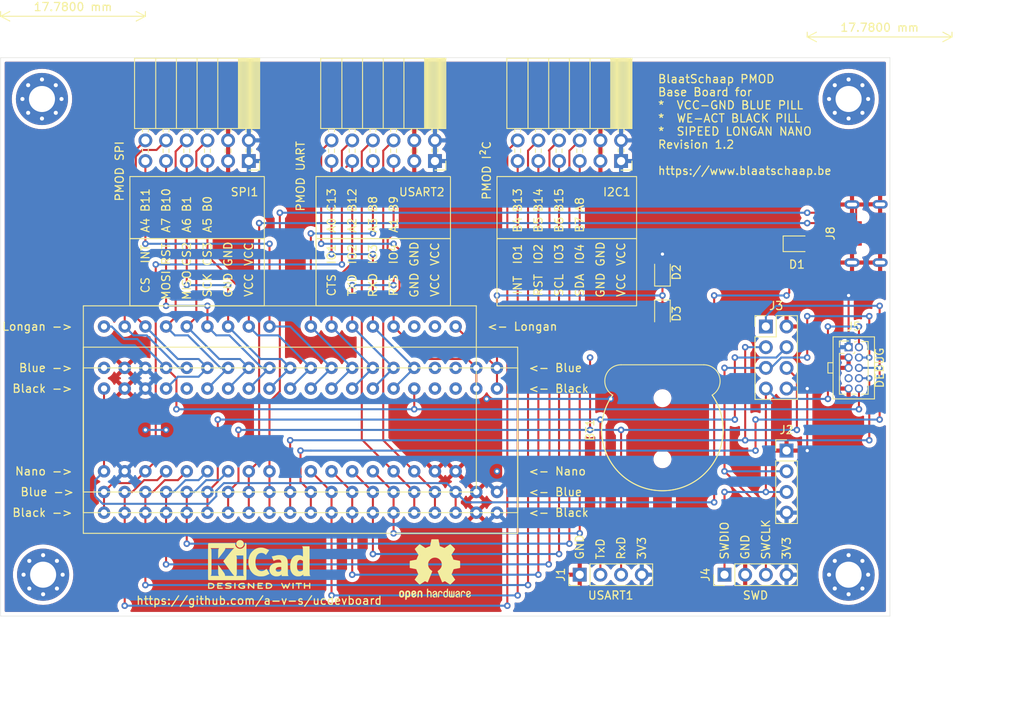
<source format=kicad_pcb>
(kicad_pcb (version 20211014) (generator pcbnew)
  (layers (0 "F.Cu" signal) (31 "B.Cu" signal) (34 "B.Paste" user "B.Plakken") (35 "F.Paste" user "F.Plakken") (36 "B.SilkS" user "B.Silkscreen") (37 "F.SilkS" user "F.Silkscreen") (38 "B.Mask" user) (39 "F.Mask" user "F. masker") (44 "Edge.Cuts" user))
  (net 0 "")
  (net 1 "B12")
  (net 2 "B13")
  (net 3 "B14")
  (net 4 "B15")
  (net 5 "A8")
  (net 6 "A9")
  (net 7 "A10")
  (net 8 "A11")
  (net 9 "A12")
  (net 10 "A15")
  (net 11 "B3")
  (net 12 "B4")
  (net 13 "B5")
  (net 14 "B6")
  (net 15 "B7")
  (net 16 "B8")
  (net 17 "B9")
  (net 18 "5V")
  (net 19 "GND")
  (net 20 "3V3")
  (net 21 "VB")
  (net 22 "C13")
  (net 23 "A0")
  (net 24 "A1")
  (net 25 "A2")
  (net 26 "A3")
  (net 27 "A4")
  (net 28 "A5")
  (net 29 "A6")
  (net 30 "A7")
  (net 31 "B0")
  (net 32 "B1")
  (net 33 "B10")
  (net 34 "B11")
  (net 35 "~{RST}")
  (net 36 "JTMS")
  (net 37 "JTCK")
  (net 38 "VBUS")
  (net 39 "Net-(U3-Pad16)")
  (net 40 "Net-(U3-Pad15)")
  (net 41 "Net-(U2-Pad18)")
  (net 42 "Net-(U2-Pad17)")
  (net 43 "Net-(U1-Pad18)")
  (net 44 "Net-(U1-Pad17)")
  (net 45 "Net-(U1-Pad1)")
  (net 46 "Net-(BT1-Pad1)")
  (net 47 "Net-(J8-Pad4)")
  (net 48 "Net-(J5-Pad7)")
  (net 49 "B2")
  (footprint "AvS_CoreBoards:BluePill_Combine" (layer "F.Cu") (at 91.44 63.5)
    (fp_text reference "U1" hide)
    (fp_text value "BluePill")
  )
  (footprint "AvS_CoreBoards:BlackPill_Combine" (layer "F.Cu") (at 91.44 66.04)
    (fp_text reference "U2" hide)
    (fp_text value "BlackPill")
  )
  (footprint "Connector_PinHeader_2.54mm:PinHeader_1x04_P2.54mm_Vertical" (layer "F.Cu") (at 149.86 66.04)
    (fp_text reference "J2")
    (fp_text value "Conn_01x04")
  )
  (footprint "Connector_PinHeader_2.54mm:PinHeader_2x04_P2.54mm_Vertical" (layer "F.Cu") (at 147.32 50.8)
    (fp_text reference "J3")
    (fp_text value "Conn_02x04_Odd_Even")
  )
  (footprint "Connector_PinSocket_2.54mm:PinSocket_2x06_P2.54mm_Horizontal" (layer "F.Cu") (at 83.82 30.48 -90)
    (fp_text reference "PMOD2" hide)
    (fp_text value "Conn_02x06_Odd_Even")
  )
  (footprint "Connector_PinSocket_2.54mm:PinSocket_2x06_P2.54mm_Horizontal" (layer "F.Cu") (at 106.68 30.48 -90)
    (fp_text reference "PMOD3" hide)
    (fp_text value "Conn_02x06_Odd_Even")
  )
  (footprint "Connector_PinSocket_2.54mm:PinSocket_2x06_P2.54mm_Horizontal" (layer "F.Cu") (at 129.54 30.48 -90)
    (fp_text reference "PMOD4" hide)
    (fp_text value "Conn_02x06_Odd_Even")
  )
  (footprint "AvS_Battery:QJ1220-2SMT" (layer "F.Cu") (at 134.62 63.5 90)
    (fp_text reference "BT1")
    (fp_text value "Battery_Cell")
  )
  (footprint "Diode_SMD:D_0805_2012Metric" (layer "F.Cu") (at 134.62 44.1475 90)
    (fp_text reference "D2")
    (fp_text value "D_Schottky")
  )
  (footprint "Diode_SMD:D_0805_2012Metric" (layer "F.Cu") (at 134.62 49.2275 -90)
    (fp_text reference "D3")
    (fp_text value "D_Schottky")
  )
  (footprint "Diode_SMD:D_0805_2012Metric" (layer "F.Cu") (at 151.13 40.64)
    (fp_text reference "D1")
    (fp_text value "D_Schottky")
  )
  (footprint "MountingHole:MountingHole_3.2mm_M3_Pad_Via" (layer "F.Cu") (at 58.42 22.86)
    (fp_text reference "H1" hide)
    (fp_text value "MountingHole")
  )
  (footprint "MountingHole:MountingHole_3.2mm_M3_Pad_Via" (layer "F.Cu") (at 157.48 22.86)
    (fp_text reference "H2" hide)
    (fp_text value "MountingHole")
  )
  (footprint "MountingHole:MountingHole_3.2mm_M3_Pad_Via" (layer "F.Cu") (at 58.56 81.28)
    (fp_text reference "H3" hide)
    (fp_text value "MountingHole")
  )
  (footprint "AvS_Connector:USB_Micro-B_XKB_U254-05XX-4BH806" (layer "F.Cu") (at 158.75 39.37 90)
    (fp_text reference "J8")
    (fp_text value "USB_B_Micro")
  )
  (footprint "Connector_PinHeader_1.27mm:PinHeader_2x05_P1.27mm_Vertical" (layer "F.Cu") (at 157.48 53.34)
    (fp_text reference "J5")
    (fp_text value "Conn_02x05_Odd_Even")
  )
  (footprint "AvS_CoreBoards:LonganNano_Combine" (layer "F.Cu") (at 91.44 58.42)
    (fp_text reference "U3" hide)
    (fp_text value "LonganNano")
  )
  (footprint "MountingHole:MountingHole_3.2mm_M3_Pad_Via" (layer "F.Cu") (at 157.48 81.28)
    (fp_text reference "H4" hide)
    (fp_text value "MountingHole")
  )
  (footprint "Symbol:KiCad-Logo2_5mm_SilkScreen" (layer "F.Cu") (at 85.09 80.01)
    (fp_text reference "REF**" hide)
    (fp_text value "KiCad-Logo2_5mm_SilkScreen" hide)
  )
  (footprint "Symbol:OSHW-Logo2_9.8x8mm_SilkScreen" (layer "F.Cu") (at 106.68 80.645)
    (fp_text reference "REF**" hide)
    (fp_text value "OSHW-Logo2_9.8x8mm_SilkScreen" hide)
  )
  (footprint "Connector_PinHeader_2.54mm:PinHeader_1x04_P2.54mm_Vertical" (layer "F.Cu") (at 124.46 81.28 90)
    (fp_text reference "J1")
    (fp_text value "Conn_01x04")
  )
  (footprint "Connector_PinHeader_2.54mm:PinHeader_1x04_P2.54mm_Vertical" (layer "F.Cu") (at 142.24 81.28 90)
    (fp_text reference "J4")
    (fp_text value "Conn_01x04")
  )
  (gr_line (start 155.575 59.69) (end 155.575 52.07) (layer "F.SilkS") (width 0.12))
  (gr_line (start 160.655 59.69) (end 155.575 59.69) (layer "F.SilkS") (width 0.12))
  (gr_rect (start 69.215 40.005) (end 85.725 48.26) (layer "F.SilkS") (width 0.12) (fill none))
  (gr_line (start 155.575 55.245) (end 154.94 55.245) (layer "F.SilkS") (width 0.12))
  (gr_rect (start 92.075 40.005) (end 108.585 48.26) (layer "F.SilkS") (width 0.12) (fill none))
  (gr_rect (start 92.075 32.385) (end 108.585 40.005) (layer "F.SilkS") (width 0.12) (fill none))
  (gr_line (start 154.94 55.245) (end 154.94 56.515) (layer "F.SilkS") (width 0.12))
  (gr_rect (start 69.215 32.385) (end 85.725 40.005) (layer "F.SilkS") (width 0.12) (fill none))
  (gr_line (start 155.575 52.07) (end 160.655 52.07) (layer "F.SilkS") (width 0.12))
  (gr_rect (start 114.3 40.005) (end 131.445 48.26) (layer "F.SilkS") (width 0.12) (fill none))
  (gr_line (start 160.655 52.07) (end 160.655 59.69) (layer "F.SilkS") (width 0.12))
  (gr_line (start 154.94 56.515) (end 155.575 56.515) (layer "F.SilkS") (width 0.12))
  (gr_rect (start 114.3 32.385) (end 131.445 40.005) (layer "F.SilkS") (width 0.12) (fill none))
  (gr_line (start 53.34 17.78) (end 162.56 17.78) (layer "Edge.Cuts") (width 0.05))
  (gr_line (start 162.56 17.78) (end 162.56 86.36) (layer "Edge.Cuts") (width 0.05))
  (gr_line (start 53.34 86.36) (end 53.34 17.78) (layer "Edge.Cuts") (width 0.05))
  (gr_line (start 162.56 86.36) (end 53.34 86.36) (layer "Edge.Cuts") (width 0.05))
  (gr_text "A7" (at 73.66 39.37 90) (layer "F.SilkS") (effects (font (size 1 1)) (justify left)))
  (gr_text "A6" (at 76.2 39.37 90) (layer "F.SilkS") (effects (font (size 1 1)) (justify left)))
  (gr_text "A5" (at 78.74 39.37 90) (layer "F.SilkS") (effects (font (size 1 1)) (justify left)))
  (gr_text "B1" (at 76.2 36.83 90) (layer "F.SilkS") (effects (font (size 1 1)) (justify left)))
  (gr_text "B0" (at 78.74 36.83 90) (layer "F.SilkS") (effects (font (size 1 1)) (justify left)))
  (gr_text "C13" (at 93.98 36.83 90) (layer "F.SilkS") (effects (font (size 1 1)) (justify left)))
  (gr_text "A0" (at 93.98 39.37 90) (layer "F.SilkS") (effects (font (size 1 1)) (justify left)))
  (gr_text "A2" (at 96.52 39.37 90) (layer "F.SilkS") (effects (font (size 1 1)) (justify left)))
  (gr_text "B12" (at 96.52 36.83 90) (layer "F.SilkS") (effects (font (size 1 1)) (justify left)))
  (gr_text "B8" (at 99.06 36.83 90) (layer "F.SilkS") (effects (font (size 1 1)) (justify left)))
  (gr_text "A3" (at 99.06 39.37 90) (layer "F.SilkS") (effects (font (size 1 1)) (justify left)))
  (gr_text "A1" (at 101.6 39.37 90) (layer "F.SilkS") (effects (font (size 1 1)) (justify left)))
  (gr_text "B9" (at 101.6 36.83 90) (layer "F.SilkS") (effects (font (size 1 1)) (justify left)))
  (gr_text "B7" (at 124.46 39.37 90) (layer "F.SilkS") (effects (font (size 1 1)) (justify left)))
  (gr_text "B6" (at 121.92 39.37 90) (layer "F.SilkS") (effects (font (size 1 1)) (justify left)))
  (gr_text "B14" (at 119.38 36.83 90) (layer "F.SilkS") (effects (font (size 1 1)) (justify left)))
  (gr_text "A8" (at 124.46 36.83 90) (layer "F.SilkS") (effects (font (size 1 1)) (justify left)))
  (gr_text "B5" (at 119.38 39.37 90) (layer "F.SilkS") (effects (font (size 1 1)) (justify left)))
  (gr_text "B15" (at 121.92 36.83 90) (layer "F.SilkS") (effects (font (size 1 1)) (justify left)))
  (gr_text "B4" (at 116.84 39.37 90) (layer "F.SilkS") (effects (font (size 1 1)) (justify left)))
  (gr_text "B13" (at 116.84 36.83 90) (layer "F.SilkS") (effects (font (size 1 1)) (justify left)))
  (gr_text "PMOD UART" (at 90.17 27.94 90) (layer "F.SilkS") (effects (font (size 1 1)) (justify right)))
  (gr_text "PMOD I²C" (at 113.03 27.94 90) (layer "F.SilkS") (effects (font (size 1 1)) (justify right)))
  (gr_text "INT" (at 71.12 41.91 90) (layer "F.SilkS") (effects (font (size 1 1))))
  (gr_text "IO3" (at 121.92 41.91 90) (layer "F.SilkS") (effects (font (size 1 1))))
  (gr_text "3V3" (at 132.08 79.502 90) (layer "F.SilkS") (effects (font (size 1 1)) (justify left)))
  (gr_text "USART2" (at 107.95 34.29) (layer "F.SilkS") (effects (font (size 1 1)) (justify right)))
  (gr_text "CS" (at 71.12 45.72 90) (layer "F.SilkS") (effects (font (size 1 1))))
  (gr_text "VCC" (at 106.68 45.72 90) (layer "F.SilkS") (effects (font (size 1 1))))
  (gr_text "RST" (at 73.66 41.91 90) (layer "F.SilkS") (effects (font (size 1 1))))
  (gr_text "IO1" (at 116.84 41.91 90) (layer "F.SilkS") (effects (font (size 1 1))))
  (gr_text "<- Blue" (at 118.11 71.12) (layer "F.SilkS") (effects (font (size 1 1)) (justify left)))
  (gr_text "GND" (at 127 41.91 90) (layer "F.SilkS") (effects (font (size 1 1))))
  (gr_text "Longan ->" (at 62.23 50.8) (layer "F.SilkS") (effects (font (size 1 1)) (justify right)))
  (gr_text "CS3" (at 78.74 41.91 90) (layer "F.SilkS") (effects (font (size 1 1))))
  (gr_text "IO2" (at 96.52 41.91 90) (layer "F.SilkS") (effects (font (size 1 1))))
  (gr_text "IO2" (at 119.38 41.91 90) (layer "F.SilkS") (effects (font (size 1 1))))
  (gr_text "INT" (at 116.84 45.72 90) (layer "F.SilkS") (effects (font (size 1 1))))
  (gr_text "<- Nano" (at 118.11 68.58) (layer "F.SilkS") (effects (font (size 1 1)) (justify left)))
  (gr_text "TXD" (at 96.52 45.72 90) (layer "F.SilkS") (effects (font (size 1 1))))
  (gr_text "DEBUG" (at 161.29 55.88 90) (layer "F.SilkS") (effects (font (size 1 1))))
  (gr_text "<- Black" (at 118.11 58.42) (layer "F.SilkS") (effects (font (size 1 1)) (justify left)))
  (gr_text "IO3" (at 99.06 41.91 90) (layer "F.SilkS") (effects (font (size 1 1))))
  (gr_text "<- Blue " (at 118.11 55.88) (layer "F.SilkS") (effects (font (size 1 1)) (justify left)))
  (gr_text "GND" (at 81.28 45.72 90) (layer "F.SilkS") (effects (font (size 1 1))))
  (gr_text "BlaatSchaap PMOD\nBase Board for\n*  VCC-GND BLUE PILL\n*  WE-ACT BLACK PILL\n*  SIPEED LONGAN NANO\nRevision 1.2\n\nhttps://www.blaatschaap.be" (at 133.985 26.035) (layer "F.SilkS") (effects (font (size 1 1)) (justify left)))
  (gr_text "SPI1" (at 85.09 34.29) (layer "F.SilkS") (effects (font (size 1 1)) (justify right)))
  (gr_text "IO4" (at 101.6 41.91 90) (layer "F.SilkS") (effects (font (size 1 1))))
  (gr_text "Black ->" (at 62.23 73.66) (layer "F.SilkS") (effects (font (size 1 1)) (justify right)))
  (gr_text "GND" (at 104.14 41.91 90) (layer "F.SilkS") (effects (font (size 1 1))))
  (gr_text "SCL" (at 121.92 45.72 90) (layer "F.SilkS") (effects (font (size 1 1))))
  (gr_text "VCC" (at 83.82 41.91 90) (layer "F.SilkS") (effects (font (size 1 1))))
  (gr_text "VCC" (at 129.54 45.72 90) (layer "F.SilkS") (effects (font (size 1 1))))
  (gr_text "<- Black" (at 118.11 73.66) (layer "F.SilkS") (effects (font (size 1 1)) (justify left)))
  (gr_text "SWDIO" (at 142.24 79.502 90) (layer "F.SilkS") (effects (font (size 1 1)) (justify left)))
  (gr_text "RXD" (at 99.06 45.72 90) (layer "F.SilkS") (effects (font (size 1 1))))
  (gr_text "I2C1" (at 130.81 34.29) (layer "F.SilkS") (effects (font (size 1 1)) (justify right)))
  (gr_text "https://github.com/a-v-s/ucdevboard" (at 85.09 84.455) (layer "F.SilkS") (effects (font (size 1 1))))
  (gr_text "3V3" (at 149.86 79.502 90) (layer "F.SilkS") (effects (font (size 1 1)) (justify left)))
  (gr_text "GND" (at 144.78 79.502 90) (layer "F.SilkS") (effects (font (size 1 1)) (justify left)))
  (gr_text "Black ->" (at 62.23 58.42) (layer "F.SilkS") (effects (font (size 1 1)) (justify right)))
  (gr_text "GND" (at 81.28 41.91 90) (layer "F.SilkS") (effects (font (size 1 1))))
  (gr_text "IO1" (at 93.98 41.91 90) (layer "F.SilkS") (effects (font (size 1 1))))
  (gr_text "B11" (at 71.12 36.83 90) (layer "F.SilkS") (effects (font (size 1 1)) (justify left)))
  (gr_text "GND" (at 104.14 45.72 90) (layer "F.SilkS") (effects (font (size 1 1))))
  (gr_text "MISO" (at 76.2 45.72 90) (layer "F.SilkS") (effects (font (size 1 1))))
  (gr_text "Blue ->" (at 59.055 71.12) (layer "F.SilkS") (effects (font (size 1 1))))
  (gr_text "Blue ->" (at 62.23 55.88) (layer "F.SilkS") (effects (font (size 1 1)) (justify right)))
  (gr_text "RxD" (at 129.54 79.502 90) (layer "F.SilkS") (effects (font (size 1 1)) (justify left)))
  (gr_text "<- Longan" (at 113.03 50.8) (layer "F.SilkS") (effects (font (size 1 1)) (justify left)))
  (gr_text "SWD" (at 146.05 83.82) (layer "F.SilkS") (effects (font (size 1 1))))
  (gr_text "VCC" (at 129.54 41.91 90) (layer "F.SilkS") (effects (font (size 1 1))))
  (gr_text "USART1" (at 128.27 83.82) (layer "F.SilkS") (effects (font (size 1 1))))
  (gr_text "A4" (at 71.12 39.37 90) (layer "F.SilkS") (effects (font (size 1 1)) (justify left)))
  (gr_text "RST" (at 119.38 45.72 90) (layer "F.SilkS") (effects (font (size 1 1))))
  (gr_text "SCK" (at 78.74 45.72 90) (layer "F.SilkS") (effects (font (size 1 1))))
  (gr_text "CS2" (at 76.2 41.91 90) (layer "F.SilkS") (effects (font (size 1 1))))
  (gr_text "VCC" (at 106.68 41.91 90) (layer "F.SilkS") (effects (font (size 1 1))))
  (gr_text "GND" (at 127 45.72 90) (layer "F.SilkS") (effects (font (size 1 1))))
  (gr_text "VCC" (at 83.82 45.72 90) (layer "F.SilkS") (effects (font (size 1 1))))
  (gr_text "B10" (at 73.66 36.83 90) (layer "F.SilkS") (effects (font (size 1 1)) (justify left)))
  (gr_text "PMOD SPI" (at 67.945 27.94 90) (layer "F.SilkS") (effects (font (size 1 1)) (justify right)))
  (gr_text "Nano ->" (at 62.23 68.58) (layer "F.SilkS") (effects (font (size 1 1)) (justify right)))
  (gr_text "IO4" (at 124.46 41.91 90) (layer "F.SilkS") (effects (font (size 1 1))))
  (gr_text "TxD" (at 127 79.502 90) (layer "F.SilkS") (effects (font (size 1 1)) (justify left)))
  (gr_text "MOSI" (at 73.66 45.72 90) (layer "F.SilkS") (effects (font (size 1 1))))
  (gr_text "GND" (at 124.46 79.502 90) (layer "F.SilkS") (effects (font (size 1 1)) (justify left)))
  (gr_text "SWCLK\n" (at 147.32 79.502 90) (layer "F.SilkS") (effects (font (size 1 1)) (justify left)))
  (gr_text "CTS" (at 93.98 45.72 90) (layer "F.SilkS") (effects (font (size 1 1))))
  (gr_text "RTS" (at 101.6 45.72 90) (layer "F.SilkS") (effects (font (size 1 1))))
  (gr_text "SDA" (at 124.46 45.72 90) (layer "F.SilkS") (effects (font (size 1 1))))
  (dimension (type aligned) (layer "F.SilkS") (pts (xy 152.4 15.24) (xy 170.18 15.24)) (height 0) (gr_text "17.7800 mm" (at 161.29 14.09) (layer "F.SilkS") (effects (font (size 1 1) (thickness 0.15)))) (format (units 2) (units_format 1) (precision 4)) (style (thickness 0.12) (arrow_length 1.27) (text_position_mode 0) (extension_height 0.58642) (extension_offset 0) keep_text_aligned))
  (dimension (type aligned) (layer "F.SilkS") (pts (xy 53.34 12.7) (xy 71.12 12.7)) (height 0) (gr_text "17.7800 mm" (at 62.23 11.55) (layer "F.SilkS") (effects (font (size 1 1) (thickness 0.15)))) (format (units 2) (units_format 1) (precision 4)) (style (thickness 0.12) (arrow_length 1.27) (text_position_mode 0) (extension_height 0.58642) (extension_offset 0) keep_text_aligned))
  (segment (start 66.04 71.12) (end 67.127001 70.032999) (width 0.25) (layer "F.Cu") (net 1))
  (segment (start 66.04 73.66) (end 66.04 71.12) (width 0.25) (layer "F.Cu") (net 1))
  (segment (start 72.39 43.18) (end 72.39 67.31) (width 0.25) (layer "F.Cu") (net 1))
  (segment (start 96.52 27.94) (end 95.25 29.21) (width 0.25) (layer "F.Cu") (net 1))
  (segment (start 72.39 67.31) (end 71.12 68.58) (width 0.25) (layer "F.Cu") (net 1))
  (segment (start 95.25 29.21) (end 95.25 43.18) (width 0.25) (layer "F.Cu") (net 1))
  (segment (start 67.127001 70.032999) (end 69.667001 70.032999) (width 0.25) (layer "F.Cu") (net 1))
  (segment (start 69.667001 70.032999) (end 71.12 68.58) (width 0.25) (layer "F.Cu") (net 1))
  (via (at 72.39 43.18) (size 0.8) (drill 0.4) (layers "F.Cu" "B.Cu") (net 1))
  (via (at 95.25 43.18) (size 0.8) (drill 0.4) (layers "F.Cu" "B.Cu") (net 1))
  (segment (start 95.25 43.18) (end 72.39 43.18) (width 0.25) (layer "B.Cu") (net 1))
  (segment (start 68.58 73.66) (end 68.58 85.09) (width 0.25) (layer "F.Cu") (net 2))
  (segment (start 70.964237 69.667001) (end 72.572999 69.667001) (width 0.25) (layer "F.Cu") (net 2))
  (segment (start 69.511238 71.12) (end 70.964237 69.667001) (width 0.25) (layer "F.Cu") (net 2))
  (segment (start 68.58 73.66) (end 68.58 71.12) (width 0.25) (layer "F.Cu") (net 2))
  (segment (start 116.84 27.94) (end 115.57 29.21) (width 0.25) (layer "F.Cu") (net 2))
  (segment (start 68.58 71.12) (end 69.511238 71.12) (width 0.25) (layer "F.Cu") (net 2))
  (segment (start 115.57 29.21) (end 115.57 85.09) (width 0.25) (layer "F.Cu") (net 2))
  (segment (start 72.572999 69.667001) (end 73.66 68.58) (width 0.25) (layer "F.Cu") (net 2))
  (via (at 115.57 85.09) (size 0.8) (drill 0.4) (layers "F.Cu" "B.Cu") (net 2))
  (via (at 68.58 85.09) (size 0.8) (drill 0.4) (layers "F.Cu" "B.Cu") (net 2))
  (segment (start 68.58 85.09) (end 72.39 85.09) (width 0.25) (layer "B.Cu") (net 2))
  (segment (start 115.57 85.09) (end 72.39 85.09) (width 0.25) (layer "B.Cu") (net 2))
  (segment (start 71.12 73.66) (end 71.12 82.55) (width 0.25) (layer "F.Cu") (net 3))
  (segment (start 119.38 27.94) (end 118.11 29.21) (width 0.25) (layer "F.Cu") (net 3))
  (segment (start 72.051238 71.12) (end 73.504237 69.667001) (width 0.25) (layer "F.Cu") (net 3))
  (segment (start 73.504237 69.667001) (end 75.112999 69.667001) (width 0.25) (layer "F.Cu") (net 3))
  (segment (start 71.12 73.66) (end 71.12 71.12) (width 0.25) (layer "F.Cu") (net 3))
  (segment (start 71.12 71.12) (end 72.051238 71.12) (width 0.25) (layer "F.Cu") (net 3))
  (segment (start 75.112999 69.667001) (end 76.2 68.58) (width 0.25) (layer "F.Cu") (net 3))
  (segment (start 118.11 29.21) (end 118.11 82.55) (width 0.25) (layer "F.Cu") (net 3))
  (via (at 71.12 82.55) (size 0.8) (drill 0.4) (layers "F.Cu" "B.Cu") (net 3))
  (via (at 118.11 82.55) (size 0.8) (drill 0.4) (layers "F.Cu" "B.Cu") (net 3))
  (segment (start 118.11 82.55) (end 71.12 82.55) (width 0.25) (layer "B.Cu") (net 3))
  (segment (start 120.744999 29.115001) (end 120.744999 79.915001) (width 0.25) (layer "F.Cu") (net 4))
  (segment (start 73.66 73.66) (end 73.66 71.12) (width 0.25) (layer "F.Cu") (net 4))
  (segment (start 120.744999 79.915001) (end 120.65 80.01) (width 0.25) (layer "F.Cu") (net 4))
  (segment (start 121.92 27.94) (end 120.744999 29.115001) (width 0.25) (layer "F.Cu") (net 4))
  (segment (start 120.66501 29.19499) (end 121.92 27.94) (width 0.25) (layer "F.Cu") (net 4))
  (segment (start 73.66 80.01) (end 73.66 73.66) (width 0.25) (layer "F.Cu") (net 4))
  (via (at 73.66 80.01) (size 0.8) (drill 0.4) (layers "F.Cu" "B.Cu") (net 4))
  (via (at 120.65 80.01) (size 0.8) (drill 0.4) (layers "F.Cu" "B.Cu") (net 4))
  (segment (start 74.591238 71.12) (end 76.044237 69.667001) (width 0.25) (layer "B.Cu") (net 4))
  (segment (start 77.652999 69.667001) (end 78.74 68.58) (width 0.25) (layer "B.Cu") (net 4))
  (segment (start 74.591238 71.12) (end 73.66 71.12) (width 0.25) (layer "B.Cu") (net 4))
  (segment (start 76.044237 69.667001) (end 77.652999 69.667001) (width 0.25) (layer "B.Cu") (net 4))
  (segment (start 120.65 80.01) (end 73.66 80.01) (width 0.25) (layer "B.Cu") (net 4))
  (segment (start 76.2 73.66) (end 76.2 71.12) (width 0.25) (layer "F.Cu") (net 5))
  (segment (start 123.19 29.21) (end 123.19 77.47) (width 0.25) (layer "F.Cu") (net 5))
  (segment (start 124.46 27.94) (end 123.19 29.21) (width 0.25) (layer "F.Cu") (net 5))
  (segment (start 76.2 77.47) (end 76.2 73.66) (width 0.25) (layer "F.Cu") (net 5))
  (via (at 76.2 77.47) (size 0.8) (drill 0.4) (layers "F.Cu" "B.Cu") (net 5))
  (via (at 123.19 77.47) (size 0.8) (drill 0.4) (layers "F.Cu" "B.Cu") (net 5))
  (segment (start 78.584237 69.667001) (end 80.192999 69.667001) (width 0.25) (layer "B.Cu") (net 5))
  (segment (start 80.192999 69.667001) (end 81.28 68.58) (width 0.25) (layer "B.Cu") (net 5))
  (segment (start 77.131238 71.12) (end 78.584237 69.667001) (width 0.25) (layer "B.Cu") (net 5))
  (segment (start 123.19 77.47) (end 76.2 77.47) (width 0.25) (layer "B.Cu") (net 5))
  (segment (start 77.131238 71.12) (end 76.2 71.12) (width 0.25) (layer "B.Cu") (net 5))
  (segment (start 127 81.28) (end 127 62.23) (width 0.25) (layer "F.Cu") (net 6))
  (segment (start 80.01 69.85) (end 80.01 62.23) (width 0.25) (layer "F.Cu") (net 6))
  (segment (start 78.74 73.66) (end 78.74 71.12) (width 0.25) (layer "F.Cu") (net 6))
  (segment (start 143.51 57.15) (end 143.51 62.23) (width 0.25) (layer "F.Cu") (net 6))
  (segment (start 78.74 71.12) (end 80.01 69.85) (width 0.25) (layer "F.Cu") (net 6))
  (segment (start 143.51 54.61) (end 143.51 57.15) (width 0.25) (layer "F.Cu") (net 6))
  (via (at 127 62.23) (size 0.8) (drill 0.4) (layers "F.Cu" "B.Cu") (net 6))
  (via (at 80.01 62.23) (size 0.8) (drill 0.4) (layers "F.Cu" "B.Cu") (net 6))
  (via (at 143.51 54.61) (size 0.8) (drill 0.4) (layers "F.Cu" "B.Cu") (net 6))
  (via (at 143.51 62.23) (size 0.8) (drill 0.4) (layers "F.Cu" "B.Cu") (net 6))
  (segment (start 148.59 54.61) (end 143.51 54.61) (width 0.25) (layer "B.Cu") (net 6))
  (segment (start 125.533002 62.23) (end 82.55 62.23) (width 0.25) (layer "B.Cu") (net 6))
  (segment (start 149.86 53.34) (end 148.59 54.61) (width 0.25) (layer "B.Cu") (net 6))
  (segment (start 80.01 62.23) (end 82.55 62.23) (width 0.25) (layer "B.Cu") (net 6))
  (segment (start 127 62.23) (end 143.51 62.23) (width 0.25) (layer "B.Cu") (net 6))
  (segment (start 125.533002 62.23) (end 127 62.23) (width 0.25) (layer "B.Cu") (net 6))
  (segment (start 82.55 69.85) (end 82.55 63.5) (width 0.25) (layer "F.Cu") (net 7))
  (segment (start 81.28 71.12) (end 82.55 69.85) (width 0.25) (layer "F.Cu") (net 7))
  (segment (start 151.13 57.15) (end 151.13 63.5) (width 0.25) (layer "F.Cu") (net 7))
  (segment (start 125.73 54.61) (end 125.73 63.5) (width 0.25) (layer "F.Cu") (net 7))
  (segment (start 149.86 55.88) (end 151.13 57.15) (width 0.25) (layer "F.Cu") (net 7))
  (segment (start 129.54 81.28) (end 129.54 63.5) (width 0.25) (layer "F.Cu") (net 7))
  (segment (start 81.28 73.66) (end 81.28 71.12) (width 0.25) (layer "F.Cu") (net 7))
  (via (at 125.73 54.61) (size 0.8) (drill 0.4) (layers "F.Cu" "B.Cu") (net 7))
  (via (at 125.73 63.5) (size 0.8) (drill 0.4) (layers "F.Cu" "B.Cu") (net 7))
  (via (at 151.13 63.5) (size 0.8) (drill 0.4) (layers "F.Cu" "B.Cu") (net 7))
  (via (at 129.54 63.5) (size 0.8) (drill 0.4) (layers "F.Cu" "B.Cu") (net 7))
  (via (at 82.55 63.5) (size 0.8) (drill 0.4) (layers "F.Cu" "B.Cu") (net 7))
  (segment (start 125.73 63.5) (end 82.55 63.5) (width 0.25) (layer "B.Cu") (net 7))
  (segment (start 125.73 63.5) (end 125.73 63.5) (width 0.25) (layer "B.Cu") (net 7))
  (segment (start 129.54 63.5) (end 151.13 63.5) (width 0.25) (layer "B.Cu") (net 7))
  (segment (start 129.54 63.5) (end 125.73 63.5) (width 0.25) (layer "B.Cu") (net 7))
  (segment (start 85.09 67.31) (end 85.09 38.1) (width 0.25) (layer "F.Cu") (net 8))
  (segment (start 153.67 38.1) (end 155.59 40.02) (width 0.25) (layer "F.Cu") (net 8))
  (segment (start 152.4 38.1) (end 153.67 38.1) (width 0.25) (layer "F.Cu") (net 8))
  (segment (start 158.4 40.02) (end 155.59 40.02) (width 0.25) (layer "F.Cu") (net 8))
  (segment (start 83.82 73.66) (end 83.82 71.12) (width 0.25) (layer "F.Cu") (net 8))
  (segment (start 83.82 71.12) (end 83.82 68.58) (width 0.25) (layer "F.Cu") (net 8))
  (segment (start 83.82 68.58) (end 85.09 67.31) (width 0.25) (layer "F.Cu") (net 8))
  (via (at 152.4 38.1) (size 0.8) (drill 0.4) (layers "F.Cu" "B.Cu") (net 8))
  (via (at 85.09 38.1) (size 0.8) (drill 0.4) (layers "F.Cu" "B.Cu") (net 8))
  (segment (start 85.09 38.1) (end 152.4 38.1) (width 0.25) (layer "B.Cu") (net 8))
  (segment (start 86.36 73.66) (end 86.36 71.12) (width 0.25) (layer "F.Cu") (net 9))
  (segment (start 86.36 60.028762) (end 86.36 68.58) (width 0.25) (layer "F.Cu") (net 9))
  (segment (start 152.4 36.83) (end 153.67 36.83) (width 0.25) (layer "F.Cu") (net 9))
  (segment (start 158.4 39.37) (end 156.21 39.37) (width 0.25) (layer "F.Cu") (net 9))
  (segment (start 87.63 38.1) (end 87.63 58.758762) (width 0.25) (layer "F.Cu") (net 9))
  (segment (start 153.67 36.83) (end 156.21 39.37) (width 0.25) (layer "F.Cu") (net 9))
  (segment (start 87.63 38.1) (end 87.63 36.83) (width 0.25) (layer "F.Cu") (net 9))
  (segment (start 87.63 58.758762) (end 86.36 60.028762) (width 0.25) (layer "F.Cu") (net 9))
  (segment (start 86.36 71.12) (end 86.36 68.58) (width 0.25) (layer "F.Cu") (net 9))
  (via (at 87.63 36.83) (size 0.8) (drill 0.4) (layers "F.Cu" "B.Cu") (net 9))
  (via (at 152.4 36.83) (size 0.8) (drill 0.4) (layers "F.Cu" "B.Cu") (net 9))
  (segment (start 87.63 36.83) (end 152.4 36.83) (width 0.25) (layer "B.Cu") (net 9))
  (segment (start 160.02 57.15) (end 160.02 64.77) (width 0.25) (layer "F.Cu") (net 10))
  (segment (start 144.78 64.77) (end 144.78 53.34) (width 0.25) (layer "F.Cu") (net 10))
  (segment (start 88.9 73.66) (end 88.9 71.12) (width 0.25) (layer "F.Cu") (net 10))
  (segment (start 88.9 71.12) (end 88.9 64.77) (width 0.25) (layer "F.Cu") (net 10))
  (via (at 160.02 57.15) (size 0.8) (drill 0.4) (layers "F.Cu" "B.Cu") (net 10))
  (via (at 160.02 64.77) (size 0.8) (drill 0.4) (layers "F.Cu" "B.Cu") (net 10))
  (via (at 144.78 64.77) (size 0.8) (drill 0.4) (layers "F.Cu" "B.Cu") (net 10))
  (via (at 144.78 53.34) (size 0.8) (drill 0.4) (layers "F.Cu" "B.Cu") (net 10))
  (via (at 88.9 64.77) (size 0.8) (drill 0.4) (layers "F.Cu" "B.Cu") (net 10))
  (segment (start 158.75 57.15) (end 160.02 57.15) (width 0.25) (layer "B.Cu") (net 10))
  (segment (start 88.9 64.77) (end 144.78 64.77) (width 0.25) (layer "B.Cu") (net 10))
  (segment (start 144.78 53.34) (end 147.32 53.34) (width 0.25) (layer "B.Cu") (net 10))
  (segment (start 160.02 64.77) (end 144.78 64.77) (width 0.25) (layer "B.Cu") (net 10))
  (segment (start 161.29 48.26) (end 161.29 55.88) (width 0.25) (layer "F.Cu") (net 11))
  (segment (start 161.29 62.23) (end 161.29 55.88) (width 0.25) (layer "F.Cu") (net 11))
  (segment (start 90.17 69.85) (end 90.17 66.04) (width 0.25) (layer "F.Cu") (net 11))
  (segment (start 91.44 71.12) (end 90.17 69.85) (width 0.25) (layer "F.Cu") (net 11))
  (segment (start 146.05 66.04) (end 146.05 62.23) (width 0.25) (layer "F.Cu") (net 11))
  (segment (start 91.44 73.66) (end 91.44 71.12) (width 0.25) (layer "F.Cu") (net 11))
  (via (at 90.17 66.04) (size 0.8) (drill 0.4) (layers "F.Cu" "B.Cu") (net 11))
  (via (at 161.29 48.26) (size 0.8) (drill 0.4) (layers "F.Cu" "B.Cu") (net 11))
  (via (at 161.29 55.88) (size 0.8) (drill 0.4) (layers "F.Cu" "B.Cu") (net 11))
  (via (at 146.05 66.04) (size 0.8) (drill 0.4) (layers "F.Cu" "B.Cu") (net 11))
  (via (at 161.29 62.23) (size 0.8) (drill 0.4) (layers "F.Cu" "B.Cu") (net 11))
  (via (at 146.05 62.23) (size 0.8) (drill 0.4) (layers "F.Cu" "B.Cu") (net 11))
  (segment (start 147.32 49.53) (end 148.59 48.26) (width 0.25) (layer "B.Cu") (net 11))
  (segment (start 90.17 66.04) (end 91.44 66.04) (width 0.25) (layer "B.Cu") (net 11))
  (segment (start 146.05 62.23) (end 161.29 62.23) (width 0.25) (layer "B.Cu") (net 11))
  (segment (start 161.29 55.88) (end 158.75 55.88) (width 0.25) (layer "B.Cu") (net 11))
  (segment (start 148.59 48.26) (end 161.29 48.26) (width 0.25) (layer "B.Cu") (net 11))
  (segment (start 147.32 50.8) (end 147.32 49.53) (width 0.25) (layer "B.Cu") (net 11))
  (segment (start 91.44 66.04) (end 146.05 66.04) (width 0.25) (layer "B.Cu") (net 11))
  (segment (start 93.98 73.66) (end 93.98 71.12) (width 0.25) (layer "F.Cu") (net 12))
  (segment (start 93.98 83.82) (end 93.98 73.66) (width 0.25) (layer "F.Cu") (net 12))
  (segment (start 116.84 30.48) (end 116.84 83.82) (width 0.25) (layer "F.Cu") (net 12))
  (segment (start 93.98 71.12) (end 91.44 68.58) (width 0.25) (layer "F.Cu") (net 12))
  (via (at 93.98 83.82) (size 0.8) (drill 0.4) (layers "F.Cu" "B.Cu") (net 12))
  (via (at 116.84 83.82) (size 0.8) (drill 0.4) (layers "F.Cu" "B.Cu") (net 12))
  (segment (start 116.84 83.82) (end 93.98 83.82) (width 0.25) (layer "B.Cu") (net 12))
  (segment (start 96.52 71.12) (end 93.98 68.58) (width 0.25) (layer "F.Cu") (net 13))
  (segment (start 119.38 30.48) (end 119.38 81.28) (width 0.25) (layer "F.Cu") (net 13))
  (segment (start 96.52 81.28) (end 96.52 73.66) (width 0.25) (layer "F.Cu") (net 13))
  (segment (start 96.52 73.66) (end 96.52 71.12) (width 0.25) (layer "F.Cu") (net 13))
  (via (at 96.52 81.28) (size 0.8) (drill 0.4) (layers "F.Cu" "B.Cu") (net 13))
  (via (at 119.38 81.28) (size 0.8) (drill 0.4) (layers "F.Cu" "B.Cu") (net 13))
  (segment (start 119.38 81.28) (end 96.52 81.28) (width 0.25) (layer "B.Cu") (net 13))
  (segment (start 99.06 71.12) (end 96.52 68.58) (width 0.25) (layer "F.Cu") (net 14))
  (segment (start 99.06 73.66) (end 99.06 78.74) (width 0.25) (layer "F.Cu") (net 14))
  (segment (start 99.06 73.66) (end 99.06 71.12) (width 0.25) (layer "F.Cu") (net 14))
  (segment (start 121.92 30.48) (end 121.92 78.74) (width 0.25) (layer "F.Cu") (net 14))
  (via (at 99.06 78.74) (size 0.8) (drill 0.4) (layers "F.Cu" "B.Cu") (net 14))
  (via (at 121.92 78.74) (size 0.8) (drill 0.4) (layers "F.Cu" "B.Cu") (net 14))
  (segment (start 121.92 78.74) (end 99.06 78.74) (width 0.25) (layer "B.Cu") (net 14))
  (segment (start 101.6 71.12) (end 101.6 73.66) (width 0.25) (layer "F.Cu") (net 15))
  (segment (start 124.46 30.48) (end 124.46 76.2) (width 0.25) (layer "F.Cu") (net 15))
  (segment (start 101.6 73.66) (end 101.6 76.2) (width 0.25) (layer "F.Cu") (net 15))
  (segment (start 99.06 68.58) (end 101.6 71.12) (width 0.25) (layer "F.Cu") (net 15))
  (via (at 124.46 76.2) (size 0.8) (drill 0.4) (layers "F.Cu" "B.Cu") (net 15))
  (via (at 101.6 76.2) (size 0.8) (drill 0.4) (layers "F.Cu" "B.Cu") (net 15))
  (segment (start 124.46 76.2) (end 101.6 76.2) (width 0.25) (layer "B.Cu") (net 15))
  (segment (start 97.695001 62.324999) (end 97.695001 63.405001) (width 0.25) (layer "F.Cu") (net 16))
  (segment (start 101.6 68.58) (end 104.14 71.12) (width 0.25) (layer "F.Cu") (net 16))
  (segment (start 97.695001 64.675001) (end 101.6 68.58) (width 0.25) (layer "F.Cu") (net 16))
  (segment (start 97.695001 29.304999) (end 97.695001 62.324999) (width 0.25) (layer "F.Cu") (net 16))
  (segment (start 97.695001 62.324999) (end 97.695001 64.675001) (width 0.25) (layer "F.Cu") (net 16))
  (segment (start 104.14 71.12) (end 104.14 73.66) (width 0.25) (layer "F.Cu") (net 16))
  (segment (start 99.06 27.94) (end 97.695001 29.304999) (width 0.25) (layer "F.Cu") (net 16))
  (segment (start 106.68 71.12) (end 106.68 73.66) (width 0.25) (layer "F.Cu") (net 17))
  (segment (start 104.14 68.58) (end 100.33 64.77) (width 0.25) (layer "F.Cu") (net 17))
  (segment (start 104.14 68.58) (end 106.68 71.12) (width 0.25) (layer "F.Cu") (net 17))
  (segment (start 100.33 29.21) (end 100.33 49.53) (width 0.25) (layer "F.Cu") (net 17))
  (segment (start 101.6 27.94) (end 100.33 29.21) (width 0.25) (layer "F.Cu") (net 17))
  (segment (start 100.33 49.53) (end 100.33 64.77) (width 0.25) (layer "F.Cu") (net 17))
  (segment (start 150.1925 46.6575) (end 149.86 46.99) (width 0.25) (layer "F.Cu") (net 18))
  (segment (start 150.1925 40.64) (end 150.1925 46.6575) (width 0.25) (layer "F.Cu") (net 18))
  (segment (start 66.04 58.42) (end 66.04 68.58) (width 0.25) (layer "F.Cu") (net 18))
  (segment (start 109.22 71.12) (end 109.22 73.66) (width 0.25) (layer "F.Cu") (net 18))
  (segment (start 140.97 46.99) (end 140.97 72.39) (width 0.25) (layer "F.Cu") (net 18))
  (via (at 149.86 46.99) (size 0.8) (drill 0.4) (layers "F.Cu" "B.Cu") (net 18))
  (via (at 140.97 46.99) (size 0.8) (drill 0.4) (layers "F.Cu" "B.Cu") (net 18))
  (via (at 140.97 72.39) (size 0.8) (drill 0.4) (layers "F.Cu" "B.Cu") (net 18))
  (segment (start 79.827001 70.964237) (end 80.758239 70.032999) (width 0.25) (layer "B.Cu") (net 18))
  (segment (start 80.758239 70.032999) (end 108.132999 70.032999) (width 0.25) (layer "B.Cu") (net 18))
  (segment (start 64.952999 71.641761) (end 65.884237 72.572999) (width 0.25) (layer "B.Cu") (net 18))
  (segment (start 65.884237 72.572999) (end 78.895763 72.572999) (width 0.25) (layer "B.Cu") (net 18))
  (segment (start 108.132999 70.032999) (end 109.22 71.12) (width 0.25) (layer "B.Cu") (net 18))
  (segment (start 140.97 72.39) (end 110.49 72.39) (width 0.25) (layer "B.Cu") (net 18))
  (segment (start 149.86 46.99) (end 140.97 46.99) (width 0.25) (layer "B.Cu") (net 18))
  (segment (start 79.827001 71.641761) (end 79.827001 70.964237) (width 0.25) (layer "B.Cu") (net 18))
  (segment (start 66.04 68.58) (end 64.952999 69.667001) (width 0.25) (layer "B.Cu") (net 18))
  (segment (start 78.895763 72.572999) (end 79.827001 71.641761) (width 0.25) (layer "B.Cu") (net 18))
  (segment (start 64.952999 69.667001) (end 64.952999 71.641761) (width 0.25) (layer "B.Cu") (net 18))
  (segment (start 110.49 72.39) (end 109.22 71.12) (width 0.25) (layer "B.Cu") (net 18))
  (segment (start 158.4 38.07) (end 158.4 36.32) (width 0.25) (layer "F.Cu") (net 19))
  (segment (start 158.4 36.32) (end 157.9 35.82) (width 0.25) (layer "F.Cu") (net 19))
  (via (at 114.3 68.58) (size 0.8) (drill 0.4) (layers "F.Cu" "B.Cu") (net 19))
  (via (at 73.66 63.5) (size 0.8) (drill 0.4) (layers "F.Cu" "B.Cu") (net 19))
  (via (at 71.12 63.5) (size 0.8) (drill 0.4) (layers "F.Cu" "B.Cu") (net 19))
  (via (at 128.27 59.69) (size 0.8) (drill 0.4) (layers "F.Cu" "B.Cu") (net 19))
  (via (at 113.03 59.69) (size 0.8) (drill 0.4) (layers "F.Cu" "B.Cu") (net 19))
  (segment (start 73.66 63.5) (end 71.12 63.5) (width 0.25) (layer "B.Cu") (net 19))
  (segment (start 128.27 59.69) (end 113.03 59.69) (width 0.25) (layer "B.Cu") (net 19))
  (segment (start 134.62 43.21) (end 134.62 41.91) (width 0.25) (layer "F.Cu") (net 20))
  (segment (start 157.48 53.34) (end 157.48 46.99) (width 0.25) (layer "F.Cu") (net 20))
  (segment (start 152.4 58.42) (end 152.4 66.04) (width 0.25) (layer "F.Cu") (net 20))
  (via (at 152.4 66.04) (size 0.8) (drill 0.4) (layers "F.Cu" "B.Cu") (net 20))
  (via (at 157.48 46.99) (size 0.8) (drill 0.4) (layers "F.Cu" "B.Cu") (net 20))
  (via (at 152.4 58.42) (size 0.8) (drill 0.4) (layers "F.Cu" "B.Cu") (net 20))
  (via (at 134.62 41.91) (size 0.8) (drill 0.4) (layers "F.Cu" "B.Cu") (net 20))
  (segment (start 134.62 48.29) (end 134.62 46.99) (width 0.25) (layer "F.Cu") (net 21))
  (segment (start 114.3 58.42) (end 114.3 55.88) (width 0.25) (layer "F.Cu") (net 21))
  (segment (start 114.3 46.99) (end 114.3 55.88) (width 0.25) (layer "F.Cu") (net 21))
  (segment (start 114.3 55.88) (end 109.22 50.8) (width 0.25) (layer "F.Cu") (net 21))
  (segment (start 134.62 46.99) (end 134.62 45.085) (width 0.25) (layer "F.Cu") (net 21))
  (via (at 114.3 46.99) (size 0.8) (drill 0.4) (layers "F.Cu" "B.Cu") (net 21))
  (via (at 134.62 46.99) (size 0.8) (drill 0.4) (layers "F.Cu" "B.Cu") (net 21))
  (segment (start 134.62 46.99) (end 114.3 46.99) (width 0.25) (layer "B.Cu") (net 21))
  (segment (start 110.672999 54.792999) (end 105.592999 54.792999) (width 0.25) (layer "F.Cu") (net 22))
  (segment (start 93.98 27.94) (end 92.71 29.21) (width 0.25) (layer "F.Cu") (net 22))
  (segment (start 111.76 55.88) (end 110.672999 54.792999) (width 0.25) (layer "F.Cu") (net 22))
  (segment (start 101.6 46.99) (end 101.6 50.8) (width 0.25) (layer "F.Cu") (net 22))
  (segment (start 102.325001 46.264999) (end 101.6 46.99) (width 0.25) (layer "F.Cu") (net 22))
  (segment (start 101.6 40.64) (end 102.325001 41.365001) (width 0.25) (layer "F.Cu") (net 22))
  (segment (start 105.592999 54.792999) (end 101.6 50.8) (width 0.25) (layer "F.Cu") (net 22))
  (segment (start 102.325001 41.365001) (end 102.325001 46.264999) (width 0.25) (layer "F.Cu") (net 22))
  (segment (start 92.71 29.21) (end 92.71 40.64) (width 0.25) (layer "F.Cu") (net 22))
  (segment (start 111.76 58.42) (end 111.76 55.88) (width 0.25) (layer "F.Cu") (net 22))
  (via (at 92.71 40.64) (size 0.8) (drill 0.4) (layers "F.Cu" "B.Cu") (net 22))
  (via (at 101.6 40.64) (size 0.8) (drill 0.4) (layers "F.Cu" "B.Cu") (net 22))
  (segment (start 92.71 40.64) (end 101.6 40.64) (width 0.25) (layer "B.Cu") (net 22))
  (segment (start 93.98 30.48) (end 93.98 41.91) (width 0.25) (layer "F.Cu") (net 23))
  (segment (start 99.06 41.91) (end 99.06 50.8) (width 0.25) (layer "F.Cu") (net 23))
  (via (at 93.98 41.91) (size 0.8) (drill 0.4) (layers "F.Cu" "B.Cu") (net 23))
  (via (at 99.06 41.91) (size 0.8) (drill 0.4) (layers "F.Cu" "B.Cu") (net 23))
  (segment (start 104.14 55.88) (end 99.06 50.8) (width 0.25) (layer "B.Cu") (net 23))
  (segment (start 101.6 58.42) (end 104.14 55.88) (width 0.25) (layer "B.Cu") (net 23))
  (segment (start 93.98 41.91) (end 99.06 41.91) (width 0.25) (layer "B.Cu") (net 23))
  (segment (start 100.874999 40.095001) (end 100.874999 41.184999) (width 0.25) (layer "F.Cu") (net 24))
  (segment (start 101.6 41.91) (end 101.6 45.72) (width 0.25) (layer "F.Cu") (net 24))
  (segment (start 101.6 39.37) (end 100.874999 40.095001) (width 0.25) (layer "F.Cu") (net 24))
  (segment (start 96.52 50.8) (end 96.52 45.72) (width 0.25) (layer "F.Cu") (net 24))
  (segment (start 101.6 30.48) (end 101.6 39.37) (width 0.25) (layer "F.Cu") (net 24))
  (segment (start 100.874999 41.184999) (end 101.6 41.91) (width 0.25) (layer "F.Cu") (net 24))
  (via (at 101.6 45.72) (size 0.8) (drill 0.4) (layers "F.Cu" "B.Cu") (net 24))
  (via (at 96.52 45.72) (size 0.8) (drill 0.4) (layers "F.Cu" "B.Cu") (net 24))
  (segment (start 99.06 58.42) (end 101.6 55.88) (width 0.25) (layer "B.Cu") (net 24))
  (segment (start 101.6 45.72) (end 96.52 45.72) (width 0.25) (layer "B.Cu") (net 24))
  (segment (start 101.6 55.88) (end 96.52 50.8) (width 0.25) (layer "B.Cu") (net 24))
  (segment (start 96.52 42.983002) (end 93.98 45.523002) (width 0.25) (layer "F.Cu") (net 25))
  (segment (start 93.98 45.523002) (end 93.98 50.8) (width 0.25) (layer "F.Cu") (net 25))
  (segment (start 95.794999 31.205001) (end 96.52 30.48) (width 0.25) (layer "F.Cu") (net 25))
  (segment (start 96.52 30.48) (end 96.52 42.983002) (width 0.25) (layer "F.Cu") (net 25))
  (segment (start 96.52 58.42) (end 99.06 55.88) (width 0.25) (layer "B.Cu") (net 25))
  (segment (start 99.06 55.88) (end 93.98 50.8) (width 0.25) (layer "B.Cu") (net 25))
  (segment (start 99.06 30.48) (end 99.06 39.37) (width 0.25) (layer "F.Cu") (net 26))
  (segment (start 91.44 50.8) (end 91.44 39.37) (width 0.25) (layer "F.Cu") (net 26))
  (via (at 91.44 39.37) (size 0.8) (drill 0.4) (layers "F.Cu" "B.Cu") (net 26))
  (via (at 99.06 39.37) (size 0.8) (drill 0.4) (layers "F.Cu" "B.Cu") (net 26))
  (segment (start 99.06 39.37) (end 91.44 39.37) (width 0.25) (layer "B.Cu") (net 26))
  (segment (start 93.98 58.42) (end 96.52 55.88) (width 0.25) (layer "B.Cu") (net 26))
  (segment (start 96.52 55.88) (end 91.44 50.8) (width 0.25) (layer "B.Cu") (net 26))
  (segment (start 86.36 50.8) (end 86.36 45.72) (width 0.25) (layer "F.Cu") (net 27))
  (segment (start 86.36 45.72) (end 86.36 40.64) (width 0.25) (layer "F.Cu") (net 27))
  (segment (start 71.12 40.64) (end 71.12 30.48) (width 0.25) (layer "F.Cu") (net 27))
  (via (at 71.12 40.64) (size 0.8) (drill 0.4) (layers "F.Cu" "B.Cu") (net 27))
  (via (at 86.36 40.64) (size 0.8) (drill 0.4) (layers "F.Cu" "B.Cu") (net 27))
  (segment (start 86.36 40.64) (end 81.28 40.64) (width 0.25) (layer "B.Cu") (net 27))
  (segment (start 88.9 50.8) (end 86.36 50.8) (width 0.25) (layer "B.Cu") (net 27))
  (segment (start 91.44 58.42) (end 93.98 55.88) (width 0.25) (layer "B.Cu") (net 27))
  (segment (start 93.98 55.88) (end 88.9 50.8) (width 0.25) (layer "B.Cu") (net 27))
  (segment (start 81.28 40.64) (end 71.12 40.64) (width 0.25) (layer "B.Cu") (net 27))
  (segment (start 83.82 50.8) (end 83.82 47.186998) (width 0.25) (layer "F.Cu") (net 28))
  (segment (start 83.82 47.186998) (end 78.74 42.106998) (width 0.25) (layer "F.Cu") (net 28))
  (segment (start 78.74 42.106998) (end 78.74 30.48) (width 0.25) (layer "F.Cu") (net 28))
  (segment (start 87.447001 51.887001) (end 84.907001 51.887001) (width 0.25) (layer "B.Cu") (net 28))
  (segment (start 88.9 58.42) (end 91.44 55.88) (width 0.25) (layer "B.Cu") (net 28))
  (segment (start 84.907001 51.887001) (end 83.82 50.8) (width 0.25) (layer "B.Cu") (net 28))
  (segment (start 91.44 55.88) (end 87.447001 51.887001) (width 0.25) (layer "B.Cu") (net 28))
  (segment (start 81.28 50.8) (end 81.28 45.72) (width 0.25) (layer "F.Cu") (net 29))
  (segment (start 76.2 45.72) (end 76.2 30.48) (width 0.25) (layer "F.Cu") (net 29))
  (via (at 76.2 45.72) (size 0.8) (drill 0.4) (layers "F.Cu" "B.Cu") (net 29))
  (via (at 81.28 45.72) (size 0.8) (drill 0.4) (layers "F.Cu" "B.Cu") (net 29))
  (segment (start 86.36 58.42) (end 88.9 55.88) (width 0.25) (layer "B.Cu") (net 29))
  (segment (start 81.28 45.72) (end 76.2 45.72) (width 0.25) (layer "B.Cu") (net 29))
  (segment (start 87.812999 54.792999) (end 85.272999 54.792999) (width 0.25) (layer "B.Cu") (net 29))
  (segment (start 85.272999 54.792999) (end 81.28 50.8) (width 0.25) (layer "B.Cu") (net 29))
  (segment (start 88.9 55.88) (end 87.812999 54.792999) (width 0.25) (layer "B.Cu") (net 29))
  (segment (start 73.66 48.26) (end 73.66 30.48) (width 0.25) (layer "F.Cu") (net 30))
  (segment (start 78.74 50.8) (end 78.74 48.26) (width 0.25) (layer "F.Cu") (net 30))
  (via (at 73.66 48.26) (size 0.8) (drill 0.4) (layers "F.Cu" "B.Cu") (net 30))
  (via (at 78.74 48.26) (size 0.8) (drill 0.4) (layers "F.Cu" "B.Cu") (net 30))
  (segment (start 81.435763 51.887001) (end 79.827001 51.887001) (width 0.25) (layer "B.Cu") (net 30))
  (segment (start 83.82 58.42) (end 86.36 55.88) (width 0.25) (layer "B.Cu") (net 30))
  (segment (start 78.74 48.26) (end 73.66 48.26) (width 0.25) (layer "B.Cu") (net 30))
  (segment (start 79.827001 51.887001) (end 78.74 50.8) (width 0.25) (layer "B.Cu") (net 30))
  (segment (start 86.36 55.88) (end 85.428762 55.88) (width 0.25) (layer "B.Cu") (net 30))
  (segment (start 85.428762 55.88) (end 81.435763 51.887001) (width 0.25) (layer "B.Cu") (net 30))
  (segment (start 77.375001 49.624999) (end 77.375001 29.304999) (width 0.25) (layer "F.Cu") (net 31))
  (segment (start 77.375001 29.304999) (end 78.74 27.94) (width 0.25) (layer "F.Cu") (net 31))
  (segment (start 76.2 50.8) (end 77.375001 49.624999) (width 0.25) (layer "F.Cu") (net 31))
  (segment (start 80.192999 54.792999) (end 76.2 50.8) (width 0.25) (layer "B.Cu") (net 31))
  (segment (start 83.82 55.88) (end 82.732999 54.792999) (width 0.25) (layer "B.Cu") (net 31))
  (segment (start 81.28 58.42) (end 83.82 55.88) (width 0.25) (layer "B.Cu") (net 31))
  (segment (start 82.732999 54.792999) (end 80.192999 54.792999) (width 0.25) (layer "B.Cu") (net 31))
  (segment (start 74.835001 49.624999) (end 74.835001 29.304999) (width 0.25) (layer "F.Cu") (net 32))
  (segment (start 74.835001 29.304999) (end 76.2 27.94) (width 0.25) (layer "F.Cu") (net 32))
  (segment (start 73.66 50.8) (end 74.835001 49.624999) (width 0.25) (layer "F.Cu") (net 32))
  (segment (start 74.747001 51.887001) (end 73.66 50.8) (width 0.25) (layer "B.Cu") (net 32))
  (segment (start 78.74 58.42) (end 81.28 55.88) (width 0.25) (layer "B.Cu") (net 32))
  (segment (start 81.28 55.88) (end 80.348762 55.88) (width 0.25) (layer "B.Cu") (net 32))
  (segment (start 76.355763 51.887001) (end 74.747001 51.887001) (width 0.25) (layer "B.Cu") (net 32))
  (segment (start 80.348762 55.88) (end 76.355763 51.887001) (width 0.25) (layer "B.Cu") (net 32))
  (segment (start 69.944999 29.915999) (end 69.944999 49.624999) (width 0.25) (layer "F.Cu") (net 33))
  (segment (start 73.66 27.94) (end 72.484999 29.115001) (width 0.25) (layer "F.Cu") (net 33))
  (segment (start 69.944999 49.624999) (end 71.12 50.8) (width 0.25) (layer "F.Cu") (net 33))
  (segment (start 70.745997 29.115001) (end 69.944999 29.915999) (width 0.25) (layer "F.Cu") (net 33))
  (segment (start 72.484999 29.115001) (end 70.745997 29.115001) (width 0.25) (layer "F.Cu") (net 33))
  (segment (start 77.652999 56.967001) (end 78.74 55.88) (width 0.25) (layer "B.Cu") (net 33))
  (segment (start 77.652999 54.792999) (end 75.112999 54.792999) (width 0.25) (layer "B.Cu") (net 33))
  (segment (start 75.112999 54.792999) (end 71.12 50.8) (width 0.25) (layer "B.Cu") (net 33))
  (segment (start 78.74 55.88) (end 77.652999 54.792999) (width 0.25) (layer "B.Cu") (net 33))
  (segment (start 73.66 58.42) (end 75.112999 56.967001) (width 0.25) (layer "B.Cu") (net 33))
  (segment (start 75.112999 56.967001) (end 77.652999 56.967001) (width 0.25) (layer "B.Cu") (net 33))
  (segment (start 68.58 50.8) (end 68.58 30.48) (width 0.25) (layer "F.Cu") (net 34))
  (segment (start 68.58 30.48) (end 71.12 27.94) (width 0.25) (layer "F.Cu") (net 34))
  (segment (start 75.268762 55.88) (end 71.275763 51.887001) (width 0.25) (layer "B.Cu") (net 34))
  (segment (start 69.667001 51.887001) (end 68.58 50.8) (width 0.25) (layer "B.Cu") (net 34))
  (segment (start 76.2 55.88) (end 75.268762 55.88) (width 0.25) (layer "B.Cu") (net 34))
  (segment (start 71.275763 51.887001) (end 69.667001 51.887001) (width 0.25) (layer "B.Cu") (net 34))
  (segment (start 74.93 57.15) (end 74.93 60.96) (width 0.25) (layer "F.Cu") (net 35))
  (segment (start 104.14 60.96) (end 104.14 58.42) (width 0.25) (layer "F.Cu") (net 35))
  (segment (start 73.66 55.88) (end 74.93 57.15) (width 0.25) (layer "F.Cu") (net 35))
  (segment (start 158.75 58.42) (end 158.75 60.96) (width 0.25) (layer "F.Cu") (net 35))
  (via (at 104.14 60.96) (size 0.8) (drill 0.4) (layers "F.Cu" "B.Cu") (net 35))
  (via (at 74.93 60.96) (size 0.8) (drill 0.4) (layers "F.Cu" "B.Cu") (net 35))
  (via (at 158.75 60.96) (size 0.8) (drill 0.4) (layers "F.Cu" "B.Cu") (net 35))
  (segment (start 127.893 60.96) (end 158.75 60.96) (width 0.25) (layer "B.Cu") (net 35))
  (segment (start 66.971238 50.8) (end 66.04 50.8) (width 0.25) (layer "B.Cu") (net 35))
  (segment (start 73.66 55.88) (end 70.117011 52.337011) (width 0.25) (layer "B.Cu") (net 35))
  (segment (start 74.93 60.96) (end 104.14 60.96) (width 0.25) (layer "B.Cu") (net 35))
  (segment (start 68.508249 52.337011) (end 66.971238 50.8) (width 0.25) (layer "B.Cu") (net 35))
  (segment (start 104.14 60.96) (end 127.893 60.96) (width 0.25) (layer "B.Cu") (net 35))
  (segment (start 70.117011 52.337011) (end 68.508249 52.337011) (width 0.25) (layer "B.Cu") (net 35))
  (segment (start 142.24 81.28) (end 142.24 71.12) (width 0.25) (layer "F.Cu") (net 36))
  (segment (start 158.75 50.8) (end 158.75 53.34) (width 0.25) (layer "F.Cu") (net 36))
  (segment (start 154.94 59.69) (end 154.94 50.8) (width 0.25) (layer "F.Cu") (net 36))
  (segment (start 147.32 58.42) (end 147.32 71.12) (width 0.25) (layer "F.Cu") (net 36))
  (via (at 147.32 71.12) (size 0.8) (drill 0.4) (layers "F.Cu" "B.Cu") (net 36))
  (via (at 154.94 50.8) (size 0.8) (drill 0.4) (layers "F.Cu" "B.Cu") (net 36))
  (via (at 142.24 71.12) (size 0.8) (drill 0.4) (layers "F.Cu" "B.Cu") (net 36))
  (via (at 154.94 59.69) (size 0.8) (drill 0.4) (layers "F.Cu" "B.Cu") (net 36))
  (via (at 158.75 50.8) (size 0.8) (drill 0.4) (layers "F.Cu" "B.Cu") (net 36))
  (segment (start 147.32 58.42) (end 148.59 59.69) (width 0.25) (layer "B.Cu") (net 36))
  (segment (start 149.86 71.12) (end 142.24 71.12) (width 0.25) (layer "B.Cu") (net 36))
  (segment (start 154.94 50.8) (end 158.75 50.8) (width 0.25) (layer "B.Cu") (net 36))
  (segment (start 148.59 59.69) (end 154.94 59.69) (width 0.25) (layer "B.Cu") (net 36))
  (segment (start 147.32 81.28) (end 147.32 73.66) (width 0.25) (layer "F.Cu") (net 37))
  (segment (start 160.02 54.61) (end 160.02 49.53) (width 0.25) (layer "F.Cu") (net 37))
  (segment (start 142.24 55.88) (end 142.24 68.58) (width 0.25) (layer "F.Cu") (net 37))
  (segment (start 147.32 73.66) (end 142.24 68.58) (width 0.25) (layer "F.Cu") (net 37))
  (segment (start 152.4 49.53) (end 152.4 54.61) (width 0.25) (layer "F.Cu") (net 37))
  (via (at 152.4 54.61) (size 0.8) (drill 0.4) (layers "F.Cu" "B.Cu") (net 37))
  (via (at 142.24 55.88) (size 0.8) (drill 0.4) (layers "F.Cu" "B.Cu") (net 37))
  (via (at 160.02 54.61) (size 0.8) (drill 0.4) (layers "F.Cu" "B.Cu") (net 37))
  (via (at 142.24 68.58) (size 0.8) (drill 0.4) (layers "F.Cu" "B.Cu") (net 37))
  (via (at 160.02 49.53) (size 0.8) (drill 0.4) (layers "F.Cu" "B.Cu") (net 37))
  (via (at 152.4 49.53) (size 0.8) (drill 0.4) (layers "F.Cu" "B.Cu") (net 37))
  (segment (start 147.32 55.88) (end 142.24 55.88) (width 0.25) (layer "B.Cu") (net 37))
  (segment (start 149.225718 54.61) (end 147.955718 55.88) (width 0.25) (layer "B.Cu") (net 37))
  (segment (start 158.75 54.61) (end 160.02 54.61) (width 0.25) (layer "B.Cu") (net 37))
  (segment (start 160.02 49.53) (end 152.4 49.53) (width 0.25) (layer "B.Cu") (net 37))
  (segment (start 152.4 54.61) (end 149.225718 54.61) (width 0.25) (layer "B.Cu") (net 37))
  (segment (start 147.955718 55.88) (end 147.32 55.88) (width 0.25) (layer "B.Cu") (net 37))
  (segment (start 142.24 68.58) (end 149.86 68.58) (width 0.25) (layer "B.Cu") (net 37))
  (segment (start 158.4 40.67) (end 152.0975 40.67) (width 0.25) (layer "F.Cu") (net 38))
  (segment (start 152.0975 40.67) (end 152.0675 40.64) (width 0.25) (layer "F.Cu") (net 38))
  (segment (start 134.62 55.5) (end 134.62 50.165) (width 0.25) (layer "F.Cu") (net 46))
  (zone (net 19) (net_name "GND") (layer "F.Cu") (connect_pads (clearance 0.508)) (min_thickness 0.254) (fill yes (thermal_gap 0.508) (thermal_bridge_width 0.508))
    (polygon (pts (xy 162.56 86.36) (xy 53.34 86.36) (xy 53.34 17.78) (xy 162.56 17.78)))
  )
  (zone (net 20) (net_name "3V3") (layer "B.Cu") (connect_pads (clearance 0.508)) (min_thickness 0.254) (fill yes (thermal_gap 0.508) (thermal_bridge_width 0.508))
    (polygon (pts (xy 162.56 86.36) (xy 53.34 86.36) (xy 53.34 17.78) (xy 162.56 17.78)))
  )
)
</source>
